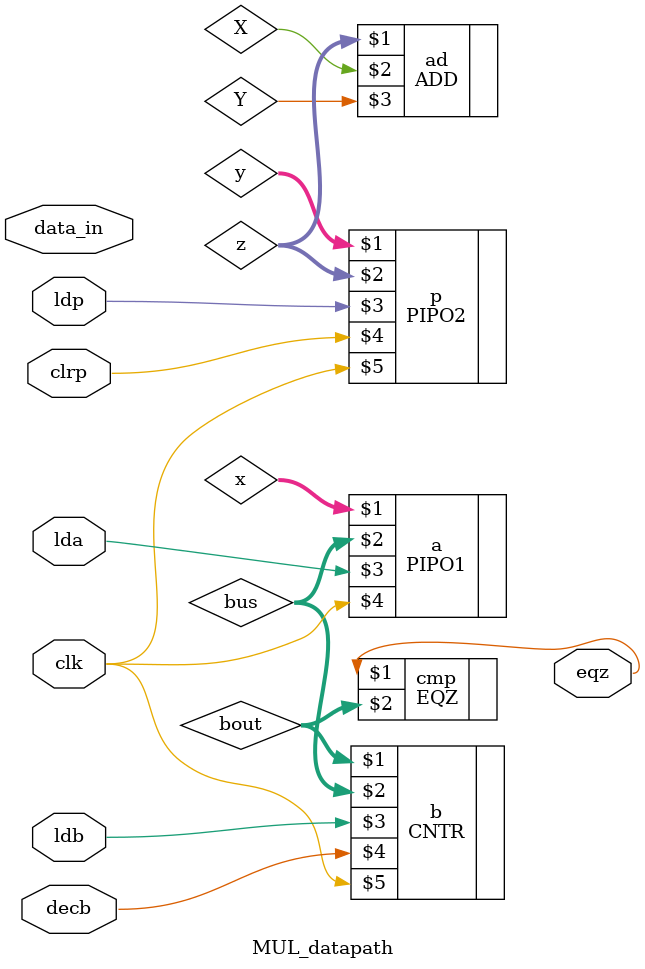
<source format=v>
`timescale 1ns / 1ps
module MUL_datapath(eqz,lda,ldb,ldp,clrp,decb,data_in,clk);
input lda;
input ldb;
input ldp;
input clrp;
input decb;
input clk;
input [15:0] data_in;
output eqz;
wire [15:0] x,y,z,bout,bus;
PIPO1 a (x,bus,lda,clk);
PIPO2 p (y,z,ldp,clrp,clk);
CNTR  b (bout,bus,ldb,decb,clk);
ADD ad(z,X,Y);
EQZ cmp(eqz,bout);
endmodule



</source>
